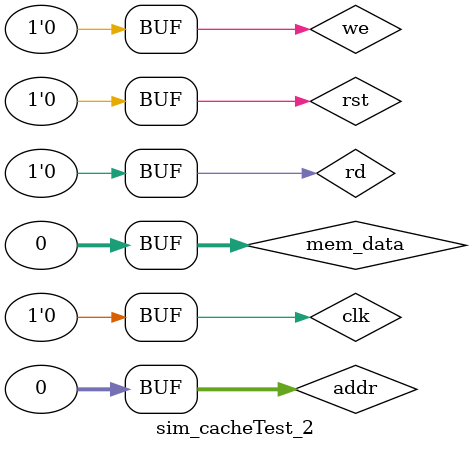
<source format=v>
`timescale 1ns / 1ps


module sim_cacheTest_2;

	// Inputs
	reg clk;
	reg rst;
	reg we;
	reg [31:0] mem_data;
	reg rd;
	reg [31:0] addr;

	// Outputs
	wire [31:0] mem_addr;
	wire valid;
	wire [31:0] data;
	wire hit;
	wire miss;
	wire [2:0] way;
	wire [23:0] tag;
	wire [23:0] tag_check;
	wire [1:0] lru1;
	wire [1:0] lru2;
	wire [1:0] lru3;
	wire [1:0] lru4;
	wire [5:0] state;

	// Instantiate the Unit Under Test (UUT)
	cache_test uut (
		.clk(clk), 
		.rst(rst), 
		.we(we), 
		.mem_data(mem_data), 
		.mem_addr(mem_addr), 
		.rd(rd), 
		.addr(addr), 
		.valid(valid), 
		.data(data), 
		.hit(hit), 
		.miss(miss), 
		.way(way), 
		.tag(tag), 
		.tag_check(tag_check), 
		.lru1(lru1), 
		.lru2(lru2), 
		.lru3(lru3), 
		.lru4(lru4), 
		.state(state)
	);

	initial begin
		// Initialize Inputs
		clk = 0;
		rst = 0;
		we = 0;
		mem_data = 0;
		rd = 0;
		addr = 0;
		

		// Wait 100 ns for global reset to finish
		#100;
        
		// Add stimulus here
		
		

	end
      
endmodule


</source>
